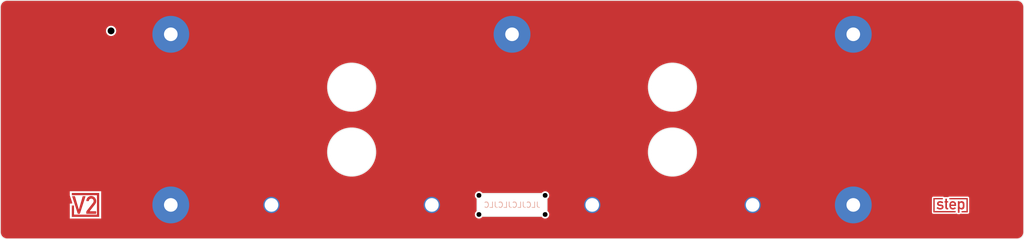
<source format=kicad_pcb>
(kicad_pcb (version 20241229) (generator "pcbnew") (generator_version "9.0")
  (layers (0 "F.Cu" signal "Front") (2 "B.Cu" signal "Back") (13 "F.Paste" user) (15 "B.Paste" user) (5 "F.SilkS" user "F.Silkscreen") (7 "B.SilkS" user "B.Silkscreen") (1 "F.Mask" user) (3 "B.Mask" user) (25 "Edge.Cuts" user))
  (property "Order-Number" "JLCJLCJLCJLC")
  (net 0 "")
  (net 1 "GND")
  (footprint "V2_Mechanical:MountingHole_2mm_Pad_2.4mm" (layer "F.Cu") (at 213.75 110)
    (property "Reference" "H109" (hide yes))
    (property "Value" "MountingHole_2mm_Pad_2.4mm" (hide yes))
    (pad "1" thru_hole custom (at 0 0) (size 2.4 2.4) (drill 2) (layers "*.Cu" "*.Mask") (net 1 "GND") (options (clearance outline) (anchor circle)) (primitives (gr_bbox (start -0.75 -0.75) (end 0.75 0.75) (fill no))))
  )
  (footprint "V2_Artwork:Board_step_Small" (layer "F.Cu") (at 266.25 110)
    (property "Reference" "ICON101" (hide yes))
    (property "Value" "Board_step" (hide yes))
    (fp_poly (pts (xy -1.126234 -0.81721) (xy -2.324747 -0.81721) (xy -2.32762 0.896144) (xy 0.747668 0.895644) (xy 0.747668 1.093964) (xy -2.526372 1.094714) (xy -2.522716 -1.01578) (xy -1.126234 -1.01578)) (stroke (width -0.000001)) (fill yes) (layer "F.Cu"))
    (fp_poly (pts (xy 2.529304 1.094476) (xy 1.618862 1.094225) (xy 1.618862 0.895906) (xy 2.330552 0.895906) (xy 2.327679 -0.817448) (xy -0.17904 -0.817448) (xy -0.17904 -1.016018) (xy 2.525648 -1.016018)) (stroke (width -0.000001)) (fill yes) (layer "F.Cu"))
    (fp_poly (pts (xy -0.523822 -0.542811) (xy -0.347279 -0.542811) (xy -0.347279 -0.358068) (xy -0.523822 -0.358068) (xy -0.523822 0.345357) (xy -0.523887 0.351013) (xy -0.523774 0.356484) (xy -0.523483 0.36177) (xy -0.523015 0.36687) (xy -0.522368 0.371786) (xy -0.521544 0.376516) (xy -0.520543 0.381062) (xy -0.519364 0.385422) (xy -0.518007 0.389598) (xy -0.516474 0.393589) (xy -0.514762 0.397395) (xy -0.512874 0.401017) (xy -0.510809 0.404454) (xy -0.508566 0.407707) (xy -0.506147 0.410776) (xy -0.503551 0.41366) (xy -0.500778 0.41636) (xy -0.497828 0.418875) (xy -0.494701 0.421207) (xy -0.491398 0.423355) (xy -0.487918 0.425318) (xy -0.484262 0.427098) (xy -0.48043 0.428694) (xy -0.476421 0.430106) (xy -0.472236 0.431335) (xy -0.467875 0.43238) (xy -0.463338 0.433242) (xy -0.458625 0.43392) (xy -0.453735 0.434414) (xy -0.44867 0.434726) (xy -0.44343 0.434854) (xy -0.438013 0.434799) (xy -0.347279 0.434799) (xy -0.347279 0.664066) (xy -0.474144 0.664066) (xy -0.489901 0.663754) (xy -0.505301 0.662821) (xy -0.520344 0.661267) (xy -0.53503 0.659092) (xy -0.549356 0.656297) (xy -0.563324 0.652882) (xy -0.576932 0.648848) (xy -0.59018 0.644196) (xy -0.603067 0.638925) (xy -0.615593 0.633038) (xy -0.627756 0.626533) (xy -0.639557 0.619413) (xy -0.650995 0.611676) (xy -0.662068 0.603325) (xy -0.672778 0.594359) (xy -0.683122 0.58478) (xy -0.693264 0.575072) (xy -0.702752 0.564841) (xy -0.711586 0.554088) (xy -0.719765 0.542811) (xy -0.72729 0.53101) (xy -0.73416 0.518685) (xy -0.740377 0.505834) (xy -0.745939 0.492458) (xy -0.750846 0.478555) (xy -0.7551 0.464125) (xy -0.758699 0.449168) (xy -0.761643 0.433682) (xy -0.763933 0.417668) (xy -0.765569 0.401125) (xy -0.766551 0.384052) (xy -0.766878 0.366449) (xy -0.766878 -0.358068) (xy -0.887996 -0.358068) (xy -0.887996 -0.542811) (xy -0.766878 -0.542811) (xy -0.766878 -0.910343) (xy -0.523822 -0.910343)) (stroke (width -0.000001)) (fill yes) (layer "F.Cu"))
    (fp_poly (pts (xy 0.344687 -0.557238) (xy 0.369803 -0.555407) (xy 0.394418 -0.552551) (xy 0.418532 -0.54867) (xy 0.442146 -0.543763) (xy 0.46526 -0.537831) (xy 0.487873 -0.530874) (xy 0.509986 -0.522892) (xy 0.531599 -0.513884) (xy 0.552711 -0.503851) (xy 0.573323 -0.492793) (xy 0.593434 -0.48071) (xy 0.613045 -0.467601) (xy 0.632155 -0.453467) (xy 0.650765 -0.438308) (xy 0.668875 -0.422124) (xy 0.686484 -0.404731) (xy 0.702978 -0.386533) (xy 0.718355 -0.367531) (xy 0.732616 -0.347725) (xy 0.74576 -0.327116) (xy 0.757788 -0.305704) (xy 0.7687 -0.28349) (xy 0.778496 -0.260475) (xy 0.787176 -0.236658) (xy 0.794739 -0.212041) (xy 0.801187 -0.186624) (xy 0.806518 -0.160408) (xy 0.810732 -0.133393) (xy 0.813831 -0.10558) (xy 0.815813 -0.076969) (xy 0.81668 -0.047561) (xy 0.81668 0.152413) (xy 0.06452 0.152413) (xy 0.064847 0.170305) (xy 0.065829 0.187656) (xy 0.067465 0.204466) (xy 0.069755 0.220734) (xy 0.072699 0.236459) (xy 0.076298 0.251642) (xy 0.080552 0.266281) (xy 0.085459 0.280376) (xy 0.091021 0.293926) (xy 0.097237 0.306931) (xy 0.104108 0.31939) (xy 0.111633 0.331303) (xy 0.119812 0.342669) (xy 0.128645 0.353487) (xy 0.138133 0.363757) (xy 0.148275 0.373478) (xy 0.158168 0.382706) (xy 0.168445 0.391346) (xy 0.179107 0.399398) (xy 0.190154 0.406861) (xy 0.201586 0.413733) (xy 0.213402 0.420014) (xy 0.225604 0.425702) (xy 0.23819 0.430796) (xy 0.251162 0.435295) (xy 0.264518 0.439198) (xy 0.278259 0.442504) (xy 0.292385 0.445211) (xy 0.306896 0.447319) (xy 0.321792 0.448825) (xy 0.337073 0.44973) (xy 0.352738 0.450032) (xy 0.371089 0.449574) (xy 0.38919 0.448201) (xy 0.407042 0.44591) (xy 0.424646 0.442703) (xy 0.442002 0.438577) (xy 0.459111 0.433534) (xy 0.475973 0.427571) (xy 0.492589 0.420689) (xy 0.508959 0.412888) (xy 0.525085 0.404165) (xy 0.540967 0.394522) (xy 0.556605 0.383957) (xy 0.572 0.372469) (xy 0.587153 0.360059) (xy 0.602064 0.346725) (xy 0.616734 0.332467) (xy 0.792045 0.482448) (xy 0.768696 0.506414) (xy 0.744836 0.528806) (xy 0.720467 0.549626) (xy 0.695588 0.568875) (xy 0.670198 0.586555) (xy 0.644299 0.602665) (xy 0.617889 0.617208) (xy 0.59097 0.630184) (xy 0.56354 0.641595) (xy 0.535601 0.651441) (xy 0.507152 0.659725) (xy 0.478192 0.666446) (xy 0.448723 0.671607) (xy 0.418744 0.675208) (xy 0.388254 0.67725) (xy 0.357255 0.677736) (xy 0.333467 0.677313) (xy 0.309834 0.676039) (xy 0.286355 0.673905) (xy 0.26303 0.670901) (xy 0.239858 0.667018) (xy 0.216841 0.662247) (xy 0.193978 0.65658) (xy 0.171269 0.650006) (xy 0.16005 0.646034) (xy 0.148873 0.641737) (xy 0.137746 0.637119) (xy 0.126671 0.632186) (xy 0.115653 0.626941) (xy 0.104699 0.62139) (xy 0.093811 0.615536) (xy 0.082996 0.609385) (xy 0.071699 0.603656) (xy 0.060595 0.597602) (xy 0.049683 0.591227) (xy 0.038963 0.584536) (xy 0.028436 0.577534) (xy 0.018101 0.570225) (xy 0.007959 0.562614) (xy -0.001991 0.554705) (xy -0.011426 0.546073) (xy -0.02064 0.537021) (xy -0.029632 0.527548) (xy -0.038404 0.517656) (xy -0.046953 0.507345) (xy -0.055282 0.496616) (xy -0.063389 0.485469) (xy -0.071275 0.473905) (xy -0.078939 0.461925) (xy -0.086383 0.449529) (xy -0.093604 0.436717) (xy -0.100605 0.423491) (xy -0.107384 0.40985) (xy -0.113942 0.395796) (xy -0.120278 0.381328) (xy -0.126393 0.366449) (xy -0.13273 0.351605) (xy -0.138653 0.336222) (xy -0.144164 0.320298) (xy -0.149263 0.303834) (xy -0.15395 0.286831) (xy -0.158227 0.269287) (xy -0.162094 0.251203) (xy -0.165551 0.232579) (xy -0.168599 0.213414) (xy -0.171238 0.19371) (xy -0.17347 0.173466) (xy -0.175295 0.152681) (xy -0.177726 0.109492) (xy -0.178535 0.064143) (xy -0.178357 0.041971) (xy -0.177824 0.020276) (xy -0.176936 -0.000943) (xy -0.175693 -0.021686) (xy -0.174097 -0.041953) (xy -0.173545 -0.047561) (xy 0.06452 -0.047561) (xy 0.573625 -0.047561) (xy 0.572753 -0.064871) (xy 0.571372 -0.08165) (xy 0.569479 -0.097897) (xy 0.567074 -0.113611) (xy 0.564157 -0.128792) (xy 0.560727 -0.143439) (xy 0.556783 -0.157552) (xy 0.552326 -0.17113) (xy 0.547353 -0.184172) (xy 0.541865 -0.196678) (xy 0.535861 -0.208648) (xy 0.52934 -0.22008) (xy 0.522303 -0.230974) (xy 0.514747 -0.24133) (xy 0.506672 -0.251147) (xy 0.498079 -0.260425) (xy 0.489222 -0.268727) (xy 0.480048 -0.276499) (xy 0.470559 -0.283738) (xy 0.460756 -0.290444) (xy 0.450641 -0.296618) (xy 0.440214 -0.302257) (xy 0.429476 -0.307362) (xy 0.418429 -0.311932) (xy 0.407075 -0.315967) (xy 0.395414 -0.319465) (xy 0.383447 -0.322427) (xy 0.371176 -0.324852) (xy 0.358601 -0.326739) (xy 0.345725 -0.328087) (xy 0.332548 -0.328897) (xy 0.319072 -0.329167) (xy 0.305528 -0.328897) (xy 0.292301 -0.328087) (xy 0.279391 -0.326739) (xy 0.266796 -0.324852) (xy 0.254516 -0.322427) (xy 0.242551 -0.319465) (xy 0.230899 -0.315967) (xy 0.219561 -0.311932) (xy 0.208536 -0.307362) (xy 0.197823 -0.302257) (xy 0.187421 -0.296618) (xy 0.177331 -0.290444) (xy 0.16755 -0.283738) (xy 0.15808 -0.276499) (xy 0.148918 -0.268727) (xy 0.140066 -0.260425) (xy 0.131689 -0.251147) (xy 0.123802 -0.24133) (xy 0.116405 -0.230974) (xy 0.109497 -0.22008) (xy 0.103077 -0.208648) (xy 0.097145 -0.196678) (xy 0.091701 -0.184172) (xy 0.086742 -0.17113) (xy 0.08227 -0.157552) (xy 0.078283 -0.143439) (xy 0.074781 -0.128792) (xy 0.071763 -0.113611) (xy 0.069229 -0.097897) (xy 0.067177 -0.08165) (xy 0.065608 -0.064871) (xy 0.06452 -0.047561) (xy -0.173545 -0.047561) (xy -0.172148 -0.061744) (xy -0.169847 -0.08106) (xy -0.167193 -0.099899) (xy -0.164189 -0.118262) (xy -0.160834 -0.136149) (xy -0.157129 -0.15356) (xy -0.153074 -0.170495) (xy -0.148671 -0.186954) (xy -0.143919 -0.202937) (xy -0.13882 -0.218443) (xy -0.133373 -0.233474) (xy -0.12758 -0.248432) (xy -0.121594 -0.262987) (xy -0.115415 -0.27714) (xy -0.109041 -0.290889) (xy -0.102472 -0.304236) (xy -0.095708 -0.31718) (xy -0.088747 -0.329721) (xy -0.08159 -0.34186) (xy -0.074236 -0.353596) (xy -0.066684 -0.364928) (xy -0.058934 -0.375859) (xy -0.050984 -0.386386) (xy -0.042835 -0.39651) (xy -0.034485 -0.406232) (xy -0.025935 -0.415551) (xy -0.017183 -0.424467) (xy -0.008104 -0.433173) (xy 0.001118 -0.441568) (xy 0.010482 -0.449652) (xy 0.019986 -0.457428) (xy 0.02963 -0.464894) (xy 0.039413 -0.472052) (xy 0.049332 -0.478902) (xy 0.059388 -0.485445) (xy 0.069578 -0.491681) (xy 0.079902 -0.497612) (xy 0.090358 -0.503236) (xy 0.100945 -0.508556) (xy 0.111662 -0.513572) (xy 0.122508 -0.518283) (xy 0.133482 -0.522692) (xy 0.144581 -0.526798) (xy 0.166578 -0.534083) (xy 0.188531 -0.540413) (xy 0.210436 -0.545781) (xy 0.221369 -0.548103) (xy 0.232289 -0.550183) (xy 0.243193 -0.552021) (xy 0.254083 -0.553615) (xy 0.264957 -0.554966) (xy 0.275815 -0.556072) (xy 0.286656 -0.556934) (xy 0.29748 -0.55755) (xy 0.308285 -0.55792) (xy 0.319072 -0.558044)) (stroke (width -0.000001)) (fill yes) (layer "F.Cu"))
    (fp_poly (pts (xy 1.653227 -0.556739) (xy 1.679603 -0.55429) (xy 1.705038 -0.550697) (xy 1.729531 -0.54596) (xy 1.753084 -0.540078) (xy 1.775697 -0.533053) (xy 1.79737 -0.524883) (xy 1.807855 -0.520368) (xy 1.818105 -0.515568) (xy 1.82812 -0.510482) (xy 1.837901 -0.50511) (xy 1.847447 -0.499451) (xy 1.85676 -0.493507) (xy 1.865837 -0.487276) (xy 1.874681 -0.48076) (xy 1.883291 -0.473957) (xy 1.891666 -0.466868) (xy 1.899808 -0.459493) (xy 1.907716 -0.451833) (xy 1.91539 -0.443886) (xy 1.92283 -0.435653) (xy 1.930036 -0.427134) (xy 1.937009 -0.418329) (xy 1.943749 -0.409238) (xy 1.950255 -0.39986) (xy 1.95637 -0.392615) (xy 1.962244 -0.385086) (xy 1.967876 -0.377273) (xy 1.973266 -0.369176) (xy 1.978413 -0.360795) (xy 1.983316 -0.352131) (xy 1.987975 -0.343183) (xy 1.99239 -0.333951) (xy 1.996559 -0.324435) (xy 2.000482 -0.314636) (xy 2.004158 -0.304552) (xy 2.007587 -0.294186) (xy 2.010769 -0.283535) (xy 2.013702 -0.272601) (xy 2.016386 -0.261382) (xy 2.01882 -0.249881) (xy 2.02288 -0.22489) (xy 2.026429 -0.195907) (xy 2.029458 -0.162934) (xy 2.031959 -0.12597) (xy 2.03392 -0.085014) (xy 2.035333 -0.040068) (xy 2.036188 0.00887) (xy 2.036475 0.061799) (xy 2.036188 0.113373) (xy 2.035333 0.161176) (xy 2.03392 0.205208) (xy 2.031959 0.245468) (xy 2.029458 0.281956) (xy 2.026429 0.314673) (xy 2.02288 0.343618) (xy 2.01882 0.368792) (xy 2.016386 0.380235) (xy 2.013702 0.391421) (xy 2.010769 0.402351) (xy 2.007587 0.413024) (xy 2.004158 0.423442) (xy 2.000482 0.433603) (xy 1.996559 0.443507) (xy 1.99239 0.453156) (xy 1.987975 0.462548) (xy 1.983316 0.471684) (xy 1.978413 0.480563) (xy 1.973266 0.489187) (xy 1.967876 0.497554) (xy 1.962244 0.505664) (xy 1.95637 0.513519) (xy 1.950255 0.521117) (xy 1.943894 0.529721) (xy 1.937284 0.538107) (xy 1.930425 0.546272) (xy 1.923318 0.554218) (xy 1.915963 0.561944) (xy 1.90836 0.56945) (xy 1.900511 0.576737) (xy 1.892416 0.583804) (xy 1.884076 0.590651) (xy 1.875491 0.597279) (xy 1.866661 0.603687) (xy 1.857588 0.609875) (xy 1.848273 0.615843) (xy 1.838714 0.621592) (xy 1.828914 0.627121) (xy 1.818873 0.63243) (xy 1.808736 0.637685) (xy 1.79834 0.642611) (xy 1.787685 0.64721) (xy 1.776772 0.651483) (xy 1.765601 0.65543) (xy 1.754174 0.659054) (xy 1.74249 0.662356) (xy 1.730551 0.665336) (xy 1.718357 0.667995) (xy 1.705908 0.670335) (xy 1.693206 0.672357) (xy 1.68025 0.674062) (xy 1.667042 0.675451) (xy 1.653582 0.676526) (xy 1.63987 0.677287) (xy 1.625908 0.677736) (xy 1.614361 0.67758) (xy 1.602967 0.677112) (xy 1.591728 0.67633) (xy 1.580643 0.675234) (xy 1.569711 0.673822) (xy 1.558934 0.672093) (xy 1.54831 0.670046) (xy 1.537841 0.667679) (xy 1.527525 0.664992) (xy 1.517364 0.661984) (xy 1.507356 0.658653) (xy 1.497502 0.654998) (xy 1.487803 0.651018) (xy 1.478257 0.646712) (xy 1.468865 0.642079) (xy 1.459627 0.637117) (xy 1.449822 0.632389) (xy 1.440112 0.627433) (xy 1.430499 0.622251) (xy 1.420983 0.616844) (xy 1.411562 0.611212) (xy 1.402238 0.605357) (xy 1.393009 0.59928) (xy 1.383878 0.592982) (xy 1.374842 0.586464) (xy 1.365902 0.579728) (xy 1.357059 0.572775) (xy 1.348312 0.565605) (xy 1.339661 0.55822) (xy 1.331107 0.550622) (xy 1.322648 0.54281) (xy 1.314286 0.534787) (xy 1.314286 1.152285) (xy 1.071231 1.152285) (xy 1.071231 0.061799) (xy 1.314286 0.061799) (xy 1.314401 0.077764) (xy 1.314742 0.093729) (xy 1.315304 0.109694) (xy 1.316083 0.125658) (xy 1.317073 0.141623) (xy 1.31827 0.157588) (xy 1.31967 0.173552) (xy 1.321267 0.189516) (xy 1.323209 0.20616) (xy 1.325648 0.222405) (xy 1.328577 0.238256) (xy 1.331993 0.253718) (xy 1.335889 0.268796) (xy 1.340262 0.283494) (xy 1.345106 0.297817) (xy 1.350416 0.311768) (xy 1.353443 0.318497) (xy 1.356672 0.325061) (xy 1.360105 0.331461) (xy 1.363741 0.337699) (xy 1.367582 0.343774) (xy 1.371628 0.349687) (xy 1.375879 0.355438) (xy 1.380337 0.361029) (xy 1.385002 0.36646) (xy 1.389874 0.371731) (xy 1.394954 0.376843) (xy 1.400243 0.381797) (xy 1.405741 0.386592) (xy 1.411449 0.391231) (xy 1.417368 0.395712) (xy 1.423498 0.400037) (xy 1.429628 0.40429) (xy 1.43601 0.408259) (xy 1.442646 0.411948) (xy 1.449537 0.415355) (xy 1.456686 0.418484) (xy 1.464094 0.421335) (xy 1.471763 0.423908) (xy 1.479694 0.426206) (xy 1.487891 0.428229) (xy 1.496354 0.429979) (xy 1.505085 0.431457) (xy 1.514086 0.432663) (xy 1.523359 0.433599) (xy 1.532905 0.434266) (xy 1.542727 0.434666) (xy 1.552826 0.434799) (xy 1.563392 0.434671) (xy 1.573687 0.434287) (xy 1.58371 0.433648) (xy 1.59346 0.432754) (xy 1.602935 0.431607) (xy 1.612136 0.430206) (xy 1.621059 0.428552) (xy 1.629705 0.426646) (xy 1.638072 0.424488) (xy 1.646158 0.422078) (xy 1.653963 0.419419) (xy 1.661485 0.416509) (xy 1.668724 0.41335) (xy 1.675677 0.409942) (xy 1.682344 0.406285) (xy 1.688724 0.402381) (xy 1.694849 0.398065) (xy 1.700752 0.393611) (xy 1.706432 0.389018) (xy 1.711889 0.384286) (xy 1.717122 0.379415) (xy 1.722132 0.374404) (xy 1.726916 0.369252) (xy 1.731475 0.363958) (xy 1.735807 0.358523) (xy 1.739913 0.352945) (xy 1.743792 0.347224) (xy 1.747442 0.341359) (xy 1.750864 0.335351) (xy 1.754057 0.329197) (xy 1.75702 0.322898) (xy 1.759753 0.316454) (xy 1.765236 0.302521) (xy 1.770286 0.288254) (xy 1.774894 0.273648) (xy 1.779049 0.258698) (xy 1.782743 0.243401) (xy 1.785965 0.227751) (xy 1.788706 0.211745) (xy 1.790956 0.195376) (xy 1.792033 0.162641) (xy 1.792803 0.129467) (xy 1.793264 0.095852) (xy 1.793419 0.061799) (xy 1.793264 0.025982) (xy 1.792803 -0.009432) (xy 1.792033 -0.04448) (xy 1.790956 -0.079199) (xy 1.788706 -0.096079) (xy 1.785965 -0.112446) (xy 1.782743 -0.128301) (xy 1.779049 -0.143643) (xy 1.774894 -0.158472) (xy 1.770286 -0.172789) (xy 1.765236 -0.186594) (xy 1.759753 -0.199886) (xy 1.75702 -0.206609) (xy 1.754057 -0.213157) (xy 1.750864 -0.21953) (xy 1.747442 -0.225724) (xy 1.743792 -0.231741) (xy 1.739913 -0.237578) (xy 1.735807 -0.243234) (xy 1.731475 -0.248708) (xy 1.726916 -0.253999) (xy 1.722132 -0.259105) (xy 1.717122 -0.264027) (xy 1.711889 -0.268761) (xy 1.706432 -0.273309) (xy 1.700752 -0.277667) (xy 1.694849 -0.281836) (xy 1.688724 -0.285813) (xy 1.682344 -0.28936) (xy 1.675677 -0.292678) (xy 1.668724 -0.295768) (xy 1.661485 -0.298628) (xy 1.653963 -0.30126) (xy 1.646158 -0.303663) (xy 1.638072 -0.305837) (xy 1.629705 -0.307782) (xy 1.621059 -0.309499) (xy 1.612136 -0.310986) (xy 1.602935 -0.312245) (xy 1.59346 -0.313275) (xy 1.58371 -0.314076) (xy 1.573687 -0.314648) (xy 1.563392 -0.314991) (xy 1.552826 -0.315106) (xy 1.542727 -0.314973) (xy 1.532905 -0.314576) (xy 1.523359 -0.313914) (xy 1.514086 -0.312988) (xy 1.505085 -0.311799) (xy 1.496354 -0.310348) (xy 1.487891 -0.308634) (xy 1.479694 -0.306659) (xy 1.471763 -0.304424) (xy 1.464094 -0.301927) (xy 1.456686 -0.299172) (xy 1.449537 -0.296157) (xy 1.442646 -0.292883) (xy 1.43601 -0.289351) (xy 1.429628 -0.285562) (xy 1.423498 -0.281516) (xy 1.417368 -0.277191) (xy 1.411449 -0.272709) (xy 1.405741 -0.268068) (xy 1.400243 -0.263269) (xy 1.394954 -0.25831) (xy 1.389874 -0.253189) (xy 1.385002 -0.247906) (xy 1.380337 -0.242459) (xy 1.375879 -0.236847) (xy 1.371628 -0.231069) (xy 1.367582 -0.225124) (xy 1.363741 -0.219012) (xy 1.360105 -0.212729) (xy 1.356672 -0.206276) (xy 1.353443 -0.199652) (xy 1.350416 -0.192855) (xy 1.345106 -0.179087) (xy 1.340262 -0.165027) (xy 1.335889 -0.150673) (xy 1.331993 -0.136027) (xy 1.328577 -0.121088) (xy 1.325648 -0.105855) (xy 1.323209 -0.09033) (xy 1.321267 -0.074512) (xy 1.31967 -0.057633) (xy 1.31827 -0.04069) (xy 1.317073 -0.023692) (xy 1.316083 -0.006649) (xy 1.315304 0.010431) (xy 1.314742 0.027539) (xy 1.314401 0.044664) (xy 1.314286 0.061799) (xy 1.071231 0.061799) (xy 1.071231 -0.542811) (xy 1.314286 -0.542811) (xy 1.314286 -0.417436) (xy 1.329649 -0.433776) (xy 1.34556 -0.449109) (xy 1.36202 -0.463435) (xy 1.379028 -0.476755) (xy 1.396585 -0.489067) (xy 1.41469 -0.500372) (xy 1.433344 -0.51067) (xy 1.452546 -0.519962) (xy 1.472296 -0.528247) (xy 1.492595 -0.535524) (xy 1.513443 -0.541795) (xy 1.534839 -0.547058) (xy 1.556783 -0.551315) (xy 1.579276 -0.554565) (xy 1.602318 -0.556808) (xy 1.625908 -0.558044)) (stroke (width -0.000001)) (fill yes) (layer "F.Cu"))
    (fp_poly (pts (xy -1.507828 -0.557879) (xy -1.487744 -0.557385) (xy -1.468218 -0.556561) (xy -1.44924 -0.555407) (xy -1.430802 -0.553924) (xy -1.412892 -0.552111) (xy -1.395503 -0.549969) (xy -1.378623 -0.547497) (xy -1.36213 -0.544438) (xy -1.345906 -0.541114) (xy -1.329952 -0.537515) (xy -1.314267 -0.533632) (xy -1.298851 -0.529456) (xy -1.283705 -0.524978) (xy -1.268829 -0.520189) (xy -1.254221 -0.51508) (xy -1.240374 -0.509248) (xy -1.226702 -0.503178) (xy -1.213205 -0.49687) (xy -1.199885 -0.490321) (xy -1.186743 -0.483532) (xy -1.173781 -0.476502) (xy -1.160998 -0.469231) (xy -1.148398 -0.461717) (xy -1.13598 -0.453961) (xy -1.123746 -0.445962) (xy -1.111698 -0.43772) (xy -1.099835 -0.429232) (xy -1.088161 -0.420501) (xy -1.076675 -0.411523) (xy -1.06538 -0.4023) (xy -1.054276 -0.392829) (xy -1.204132 -0.217463) (xy -1.221665 -0.229654) (xy -1.239467 -0.241324) (xy -1.257538 -0.252463) (xy -1.275879 -0.263062) (xy -1.294489 -0.273111) (xy -1.313369 -0.282603) (xy -1.332518 -0.291526) (xy -1.351936 -0.299873) (xy -1.361578 -0.303421) (xy -1.371411 -0.306739) (xy -1.381434 -0.309828) (xy -1.391646 -0.312689) (xy -1.402045 -0.315321) (xy -1.412631 -0.317724) (xy -1.423402 -0.319898) (xy -1.434358 -0.321843) (xy -1.445496 -0.323559) (xy -1.456815 -0.325047) (xy -1.479995 -0.327336) (xy -1.503886 -0.328709) (xy -1.52848 -0.329167) (xy -1.542456 -0.329006) (xy -1.555903 -0.328526) (xy -1.568817 -0.327725) (xy -1.581199 -0.326603) (xy -1.593047 -0.325162) (xy -1.60436 -0.3234) (xy -1.615136 -0.321317) (xy -1.625374 -0.318914) (xy -1.635073 -0.316191) (xy -1.644233 -0.313147) (xy -1.652851 -0.309783) (xy -1.660927 -0.306098) (xy -1.668459 -0.302093) (xy -1.675446 -0.297768) (xy -1.681887 -0.293123) (xy -1.68778 -0.288156) (xy -1.693593 -0.283012) (xy -1.699021 -0.277683) (xy -1.704067 -0.272171) (xy -1.708732 -0.266474) (xy -1.713017 -0.260591) (xy -1.716922 -0.254522) (xy -1.72045 -0.248267) (xy -1.723602 -0.241824) (xy -1.726378 -0.235194) (xy -1.72878 -0.228376) (xy -1.73081 -0.221369) (xy -1.732467 -0.214173) (xy -1.733755 -0.206786) (xy -1.734673 -0.199209) (xy -1.735222 -0.191441) (xy -1.735405 -0.183481) (xy -1.735555 -0.178465) (xy -1.735386 -0.173523) (xy -1.734901 -0.168657) (xy -1.734097 -0.163867) (xy -1.732976 -0.159155) (xy -1.731538 -0.154522) (xy -1.729781 -0.14997) (xy -1.727708 -0.145498) (xy -1.725317 -0.141109) (xy -1.722608 -0.136803) (xy -1.719581 -0.132582) (xy -1.716237 -0.128447) (xy -1.712576 -0.124399) (xy -1.708597 -0.120439) (xy -1.7043 -0.116568) (xy -1.699686 -0.112788) (xy -1.695091 -0.108641) (xy -1.690082 -0.104694) (xy -1.684658 -0.100946) (xy -1.678818 -0.097397) (xy -1.672562 -0.094044) (xy -1.665889 -0.090887) (xy -1.658799 -0.087924) (xy -1.651291 -0.085155) (xy -1.643364 -0.082577) (xy -1.635018 -0.080191) (xy -1.626253 -0.077995) (xy -1.617066 -0.075988) (xy -1.607459 -0.074169) (xy -1.597431 -0.072536) (xy -1.58698 -0.071088) (xy -1.576106 -0.069825) (xy -1.376159 -0.054593) (xy -1.353012 -0.052501) (xy -1.330684 -0.04974) (xy -1.309174 -0.04631) (xy -1.288484 -0.04221) (xy -1.268615 -0.037439) (xy -1.249566 -0.031997) (xy -1.231339 -0.025884) (xy -1.213935 -0.019098) (xy -1.197352 -0.01164) (xy -1.181594 -0.003508) (xy -1.166659 0.005298) (xy -1.152549 0.014778) (xy -1.139263 0.024933) (xy -1.126804 0.035765) (xy -1.115171 0.047272) (xy -1.104365 0.059456) (xy -1.094896 0.071823) (xy -1.086042 0.08461) (xy -1.077803 0.097816) (xy -1.070178 0.111439) (xy -1.063167 0.125479) (xy -1.056768 0.139934) (xy -1.050982 0.154804) (xy -1.045807 0.170086) (xy -1.041243 0.185781) (xy -1.03729 0.201886) (xy -1.033947 0.218401) (xy -1.031213 0.235325) (xy -1.029087 0.252656) (xy -1.02757 0.270393) (xy -1.02666 0.288535) (xy -1.026356 0.307081) (xy -1.027203 0.328671) (xy -1.029128 0.349645) (xy -1.03213 0.370003) (xy -1.03621 0.389743) (xy -1.041368 0.408862) (xy -1.047603 0.427359) (xy -1.051125 0.436374) (xy -1.054916 0.445232) (xy -1.058977 0.453935) (xy -1.063307 0.462481) (xy -1.067907 0.47087) (xy -1.072776 0.479102) (xy -1.077915 0.487177) (xy -1.083323 0.495094) (xy -1.089 0.502854) (xy -1.094947 0.510456) (xy -1.107649 0.525186) (xy -1.121428 0.539282) (xy -1.136286 0.552743) (xy -1.152221 0.565566) (xy -1.169234 0.57775) (xy -1.187007 0.589604) (xy -1.205379 0.600709) (xy -1.224351 0.611064) (xy -1.243925 0.62067) (xy -1.264103 0.629528) (xy -1.284886 0.637638) (xy -1.306277 0.645001) (xy -1.328278 0.651617) (xy -1.350889 0.657487) (xy -1.374113 0.662612) (xy -1.397951 0.666991) (xy -1.422407 0.670626) (xy -1.44748 0.673518) (xy -1.473173 0.675666) (xy -1.499489 0.677072) (xy -1.526428 0.677736) (xy -1.563075 0.676893) (xy -1.59927 0.674366) (xy -1.635009 0.670153) (xy -1.670293 0.664255) (xy -1.705119 0.656669) (xy -1.739488 0.647397) (xy -1.773397 0.636437) (xy -1.806845 0.623788) (xy -1.839831 0.60945) (xy -1.872354 0.593423) (xy -1.904413 0.575706) (xy -1.936007 0.556298) (xy -1.967134 0.535199) (xy -1.997792 0.512408) (xy -2.027982 0.487925) (xy -2.057702 0.461748) (xy -1.887726 0.295364) (xy -1.868986 0.314094) (xy -1.849563 0.331615) (xy -1.829458 0.347927) (xy -1.808672 0.363031) (xy -1.787205 0.376927) (xy -1.765058 0.389615) (xy -1.742232 0.401094) (xy -1.718726 0.411365) (xy -1.694542 0.420428) (xy -1.66968 0.428282) (xy -1.644141 0.434928) (xy -1.617926 0.440365) (xy -1.591034 0.444595) (xy -1.563467 0.447616) (xy -1.535225 0.449428) (xy -1.506309 0.450032) (xy -1.493376 0.449872) (xy -1.48075 0.449392) (xy -1.468429 0.448593) (xy -1.456412 0.447475) (xy -1.444699 0.446039) (xy -1.433288 0.444286) (xy -1.422177 0.442215) (xy -1.411366 0.439828) (xy -1.400853 0.437126) (xy -1.390637 0.434108) (xy -1.380717 0.430775) (xy -1.371092 0.427128) (xy -1.36176 0.423168) (xy -1.35272 0.418895) (xy -1.343972 0.414309) (xy -1.335514 0.409412) (xy -1.327464 0.404162) (xy -1.319943 0.398664) (xy -1.312948 0.392918) (xy -1.306479 0.386923) (xy -1.300534 0.380679) (xy -1.295113 0.374184) (xy -1.290214 0.367439) (xy -1.285835 0.360443) (xy -1.281976 0.353196) (xy -1.278636 0.345696) (xy -1.275812 0.337943) (xy -1.273505 0.329936) (xy -1.271713 0.321676) (xy -1.270434 0.313161) (xy -1.269667 0.30439) (xy -1.269412 0.295364) (xy -1.269566 0.287391) (xy -1.270028 0.279728) (xy -1.270798 0.272376) (xy -1.271876 0.265333) (xy -1.273261 0.258598) (xy -1.274955 0.252172) (xy -1.275917 0.249075) (xy -1.276956 0.246054) (xy -1.278073 0.243111) (xy -1.279266 0.240244) (xy -1.280536 0.237453) (xy -1.281883 0.234739) (xy -1.283307 0.232102) (xy -1.284808 0.229541) (xy -1.286387 0.227057) (xy -1.288042 0.224649) (xy -1.289774 0.222317) (xy -1.291583 0.220061) (xy -1.293469 0.217882) (xy -1.295432 0.215778) (xy -1.297472 0.213751) (xy -1.299589 0.211799) (xy -1.301783 0.209923) (xy -1.304054 0.208123) (xy -1.306402 0.206399) (xy -1.308827 0.20475) (xy -1.314013 0.201477) (xy -1.319411 0.198397) (xy -1.325019 0.195509) (xy -1.330837 0.192813) (xy -1.336864 0.190309) (xy -1.3431 0.187998) (xy -1.349545 0.185879) (xy -1.356196 0.183952) (xy -1.363055 0.182217) (xy -1.370119 0.180675) (xy -1.37739 0.179324) (xy -1.384865 0.178166) (xy -1.392545 0.177201) (xy -1.400429 0.176427) (xy -1.408516 0.175846) (xy -1.416806 0.175457) (xy -1.630711 0.157101) (xy -1.649577 0.155054) (xy -1.66799 0.152431) (xy -1.685953 0.14923) (xy -1.703465 0.14545) (xy -1.720527 0.141092) (xy -1.73714 0.136153) (xy -1.753305 0.130635) (xy -1.769021 0.124536) (xy -1.78429 0.117856) (xy -1.799112 0.110594) (xy -1.813488 0.102749) (xy -1.827418 0.094321) (xy -1.840903 0.08531) (xy -1.853943 0.075715) (xy -1.86654 0.065535) (xy -1.878693 0.054769) (xy -1.890486 0.043738) (xy -1.901538 0.032176) (xy -1.911849 0.020082) (xy -1.921418 0.007455) (xy -1.930247 -0.005706) (xy -1.938335 -0.0194) (xy -1.945682 -0.033628) (xy -1.952288 -0.048391) (xy -1.958153 -0.06369) (xy -1.963277 -0.079525) (xy -1.96766 -0.095897) (xy -1.971302 -0.112806) (xy -1.974203 -0.130253) (xy -1.976364 -0.148238) (xy -1.977783 -0.166762) (xy -1.978461 -0.185825) (xy -1.977662 -0.208747) (xy -1.975881 -0.230937) (xy -1.973115 -0.252396) (xy -1.969365 -0.273125) (xy -1.964628 -0.293123) (xy -1.958903 -0.312392) (xy -1.95219 -0.330932) (xy -1.944487 -0.348744) (xy -1.935793 -0.365828) (xy -1.926106 -0.382185) (xy -1.915426 -0.397815) (xy -1.903751 -0.412719) (xy -1.89108 -0.426898) (xy -1.877412 -0.440352) (xy -1.862746 -0.453081) (xy -1.84708 -0.465087) (xy -1.831116 -0.476365) (xy -1.814631 -0.486911) (xy -1.797624 -0.496726) (xy -1.780094 -0.50581) (xy -1.762039 -0.514165) (xy -1.743459 -0.52179) (xy -1.724351 -0.528686) (xy -1.704716 -0.534853) (xy -1.684552 -0.540293) (xy -1.663857 -0.545006) (xy -1.64263 -0.548992) (xy -1.62087 -0.552252) (xy -1.598577 -0.554787) (xy -1.575748 -0.556597) (xy -1.552383 -0.557682) (xy -1.52848 -0.558044)) (stroke (width -0.000001)) (fill yes) (layer "F.Cu"))
    (zone (net 0) (net_name "") (layer "F.Cu") (connect_pads (clearance 0)) (min_thickness 0.254)
      (keepout (tracks not_allowed) (vias not_allowed) (pads not_allowed) (copperpour not_allowed) (footprints not_allowed))
      (fill (thermal_gap 0.508) (thermal_bridge_width 0.508))
      (polygon (pts (xy 268.921621 111.179278) (xy 263.622096 111.179278) (xy 263.622096 108.851875) (xy 268.921621 108.851875)))
    )
  )
  (footprint "V2_Mechanical:MountingHole_2mm_Pad_5.2mm" (layer "F.Cu") (at 252 110)
    (property "Reference" "H102" (hide yes))
    (property "Value" "MountingHole_2mm_Pad_5.2mm" (hide yes))
    (pad "1" thru_hole custom (at 0 0) (size 5.4 5.4) (drill 2) (layers "*.Cu" "*.Mask") (net 1 "GND") (options (clearance outline) (anchor circle)) (primitives (gr_bbox (start -0.75 -0.75) (end 0.75 0.75) (fill no))))
  )
  (footprint "V2_Artwork:Logo_Small" (layer "F.Cu") (at 139.5 110)
    (property "Reference" "ICON102" (hide yes))
    (property "Value" "V2-logo" (hide yes))
    (fp_poly (pts (xy 2.006758 1.750057) (xy -2.003742 1.750057) (xy -2.003742 0.089057) (xy -1.676242 0.089057) (xy -1.676242 1.422557) (xy 1.679258 1.422557) (xy 1.679258 -1.424943) (xy -2.003742 -1.424943) (xy -2.003742 -1.752443) (xy 2.006758 -1.752443)) (fill yes) (layer "F.Cu"))
    (fp_poly (pts (xy -1.520919 -1.190765) (xy -0.987877 0.632379) (xy -0.96229 0.63477) (xy -0.429473 -1.187605) (xy -0.397658 -1.28383) (xy -0.093581 -1.28383) (xy 0.011405 -1.282303) (xy -0.821464 1.300873) (xy -0.922973 1.304044) (xy -1.126979 1.304044) (xy -1.959811 -1.279026) (xy -1.859182 -1.28383) (xy -1.55515 -1.28383)) (fill yes) (layer "F.Cu"))
    (fp_poly (pts (xy 0.959179 -1.296323) (xy 1.057102 -1.27333) (xy 1.15069 -1.236367) (xy 1.237701 -1.18584) (xy 1.316459 -1.12329) (xy 1.386544 -1.051192) (xy 1.4473 -0.971068) (xy 1.496526 -0.883341) (xy 1.532676 -0.789459) (xy 1.555226 -0.691443) (xy 1.564714 -0.591354) (xy 1.562302 -0.490861) (xy 1.547686 -0.391375) (xy 1.519699 -0.294757) (xy 1.477977 -0.203204) (xy 1.423428 -0.118825) (xy 0.62811 0.902367) (xy 0.666211 0.926016) (xy 1.464718 0.926016) (xy 1.565211 0.930611) (xy 1.565211 1.236646) (xy 1.526846 1.304028) (xy 0.119258 1.304044) (xy 0.119258 0.998218) (xy 0.152529 0.907926) (xy 1.075862 -0.274673) (xy 1.135011 -0.354575) (xy 1.177602 -0.443372) (xy 1.194922 -0.540328) (xy 1.188525 -0.63852) (xy 1.156173 -0.731429) (xy 1.102154 -0.813814) (xy 1.029408 -0.879553) (xy 0.93915 -0.917434) (xy 0.841313 -0.926822) (xy 0.744269 -0.911115) (xy 0.655699 -0.868697) (xy 0.582012 -0.803671) (xy 0.529159 -0.720807) (xy 0.499075 -0.625849) (xy 0.458111 -0.553721) (xy 0.151905 -0.553721) (xy 0.122138 -0.626978) (xy 0.136522 -0.727544) (xy 0.163539 -0.824426) (xy 0.203793 -0.916615) (xy 0.256664 -1.002191) (xy 0.320597 -1.07979) (xy 0.393413 -1.149125) (xy 0.474729 -1.208346) (xy 0.563921 -1.254958) (xy 0.65936 -1.286951) (xy 0.758577 -1.303726) (xy 0.859118 -1.306199)) (fill yes) (layer "F.Cu"))
    (zone (net 0) (net_name "") (layer "F.Cu") (connect_pads (clearance 0)) (min_thickness 0.254)
      (keepout (tracks not_allowed) (vias not_allowed) (pads not_allowed) (copperpour not_allowed) (footprints allowed))
      (fill (thermal_gap 0.508) (thermal_bridge_width 0.508))
      (polygon (pts (xy 137.2 112) (xy 141.8 112) (xy 141.8 107.995) (xy 137.2 107.995) (xy 137.2 108.6) (xy 137.6 109.8) (xy 137.2 109.8)))
    )
  )
  (footprint "V2_Mechanical:MountingHole_2mm_Pad_5.2mm" (layer "F.Cu") (at 152 110)
    (property "Reference" "H105" (hide yes))
    (property "Value" "MountingHole_2mm_Pad_5.2mm" (hide yes))
    (pad "1" thru_hole custom (at 0 0) (size 5.4 5.4) (drill 2) (layers "*.Cu" "*.Mask") (net 1 "GND") (options (clearance outline) (anchor circle)) (primitives (gr_bbox (start -0.75 -0.75) (end 0.75 0.75) (fill no))))
  )
  (footprint "V2_Mechanical:MountingHole_1mm" (layer "F.Cu") (at 143.25 84.5)
    (property "Reference" "H106" (hide yes))
    (property "Value" "MountingHole_1mm" (hide yes))
    (pad "" np_thru_hole circle (at 0 0) (size 1 1) (drill 1) (layers "*.Mask"))
  )
  (footprint "V2_Mechanical:MountingHole_2mm_Pad_2.4mm" (layer "F.Cu") (at 237.25 110)
    (property "Reference" "H107" (hide yes))
    (property "Value" "MountingHole_2mm_Pad_2.4mm" (hide yes))
    (pad "1" thru_hole custom (at 0 0) (size 2.4 2.4) (drill 2) (layers "*.Cu" "*.Mask") (net 1 "GND") (options (clearance outline) (anchor circle)) (primitives (gr_bbox (start -0.75 -0.75) (end 0.75 0.75) (fill no))))
  )
  (footprint "V2_Mechanical:MountingHole_2mm_Pad_2.4mm" (layer "F.Cu") (at 190.25 110)
    (property "Reference" "H110" (hide yes))
    (property "Value" "MountingHole_2mm_Pad_2.4mm" (hide yes))
    (pad "1" thru_hole custom (at 0 0) (size 2.4 2.4) (drill 2) (layers "*.Cu" "*.Mask") (net 1 "GND") (options (clearance outline) (anchor circle)) (primitives (gr_bbox (start -0.75 -0.75) (end 0.75 0.75) (fill no))))
  )
  (footprint "V2_PCB_Devices:PCB_Button-top" (layer "F.Cu") (at 202 110 90)
    (property "Reference" "SWT101" (hide yes))
    (property "Value" "Button-top" (hide yes))
    (fp_line (start 1.65 -5.1) (end 1.65 5.1) (stroke (width 0.05)) (layer "Edge.Cuts"))
    (fp_line (start -1.65 -5.1) (end 1.65 -5.1) (stroke (width 0.05)) (layer "Edge.Cuts"))
    (fp_line (start 1.65 5.1) (end -1.65 5.1) (stroke (width 0.05)) (layer "Edge.Cuts"))
    (fp_line (start -1.65 5.1) (end -1.65 -5.1) (stroke (width 0.05)) (layer "Edge.Cuts"))
    (pad "" np_thru_hole circle (at -1.4 -4.85 90) (size 0.7 0.7) (drill 0.7) (layers "*.Mask"))
    (pad "" np_thru_hole circle (at -1.4 4.85 90) (size 0.7 0.7) (drill 0.7) (layers "*.Mask"))
    (pad "" np_thru_hole circle (at 1.4 -4.85 90) (size 0.7 0.7) (drill 0.7) (layers "*.Mask"))
    (pad "" np_thru_hole circle (at 1.4 4.85 90) (size 0.7 0.7) (drill 0.7) (layers "*.Mask"))
  )
  (footprint "V2_Mechanical:MountingHole_2mm_Pad_5.2mm" (layer "F.Cu") (at 202 85)
    (property "Reference" "H103" (hide yes))
    (property "Value" "MountingHole_2mm_Pad_5.2mm" (hide yes))
    (pad "1" thru_hole custom (at 0 0) (size 5.4 5.4) (drill 2) (layers "*.Cu" "*.Mask") (net 1 "GND") (options (clearance outline) (anchor circle)) (primitives (gr_bbox (start -0.75 -0.75) (end 0.75 0.75) (fill no))))
  )
  (footprint "V2_Mechanical:MountingHole_2mm_Pad_5.2mm" (layer "F.Cu") (at 252 85)
    (property "Reference" "H101" (hide yes))
    (property "Value" "MountingHole_2mm_Pad_5.2mm" (hide yes))
    (pad "1" thru_hole custom (at 0 0) (size 5.4 5.4) (drill 2) (layers "*.Cu" "*.Mask") (net 1 "GND") (options (clearance outline) (anchor circle)) (primitives (gr_bbox (start -0.75 -0.75) (end 0.75 0.75) (fill no))))
  )
  (footprint "V2_Mechanical:MountingHole_2mm_Pad_2.4mm" (layer "F.Cu") (at 166.75 110)
    (property "Reference" "H108" (hide yes))
    (property "Value" "MountingHole_2mm_Pad_2.4mm" (hide yes))
    (pad "1" thru_hole custom (at 0 0) (size 2.4 2.4) (drill 2) (layers "*.Cu" "*.Mask") (net 1 "GND") (options (clearance outline) (anchor circle)) (primitives (gr_bbox (start -0.75 -0.75) (end 0.75 0.75) (fill no))))
  )
  (footprint "V2_Mechanical:MountingHole_2mm_Pad_5.2mm" (layer "F.Cu") (at 152 85)
    (property "Reference" "H104" (hide yes))
    (property "Value" "MountingHole_2mm_Pad_5.2mm" (hide yes))
    (pad "1" thru_hole custom (at 0 0) (size 5.4 5.4) (drill 2) (layers "*.Cu" "*.Mask") (net 1 "GND") (options (clearance outline) (anchor circle)) (primitives (gr_bbox (start -0.75 -0.75) (end 0.75 0.75) (fill no))))
  )
  (footprint "V2_Production:Order_Number" (layer "B.Cu") (at 202 110 180)
    (property "Reference" "INFO101" (hide yes))
    (property "Value" "Order_Number" (hide yes))
    (fp_text user "${Order-Number}" (at 0 0 0) (layer "B.SilkS") (effects (font (size 0.8 0.8) (thickness 0.12)) (justify mirror)))
  )
  (gr_circle (center 225.5 92.75) (end 229 92.75) (stroke (width 0.05)) (fill no) (layer "Edge.Cuts"))
  (gr_line (start 127 81) (end 127 114) (stroke (width 0.05)) (layer "Edge.Cuts"))
  (gr_line (start 128 80) (end 276 80) (stroke (width 0.05)) (layer "Edge.Cuts"))
  (gr_circle (center 178.5 92.75) (end 182 92.75) (stroke (width 0.05)) (fill no) (layer "Edge.Cuts"))
  (gr_circle (center 225.5 102.25) (end 229 102.25) (stroke (width 0.05)) (fill no) (layer "Edge.Cuts"))
  (gr_circle (center 178.5 102.25) (end 182 102.25) (stroke (width 0.05)) (fill no) (layer "Edge.Cuts"))
  (gr_line (start 277 81) (end 277 114) (stroke (width 0.05)) (layer "Edge.Cuts"))
  (gr_arc (start 128 115) (mid 127.292893 114.707107) (end 127 114) (stroke (width 0.05)) (layer "Edge.Cuts"))
  (gr_arc (start 277 114) (mid 276.707107 114.707107) (end 276 115) (stroke (width 0.05)) (layer "Edge.Cuts"))
  (gr_arc (start 127 81) (mid 127.292893 80.292893) (end 128 80) (stroke (width 0.05)) (layer "Edge.Cuts"))
  (gr_arc (start 276 80) (mid 276.707107 80.292893) (end 277 81) (stroke (width 0.05)) (layer "Edge.Cuts"))
  (gr_line (start 128 115) (end 276 115) (stroke (width 0.05)) (layer "Edge.Cuts"))
  (zone (net 1) (net_name "GND") (layer "F.Cu") (priority 1) (connect_pads (clearance 0.2)) (min_thickness 0.2) (fill yes (thermal_gap 0.508) (thermal_bridge_width 0.508))
    (polygon (pts (xy 277.005454 115) (xy 127 115) (xy 127 80) (xy 277.005454 80)))
  )
)
</source>
